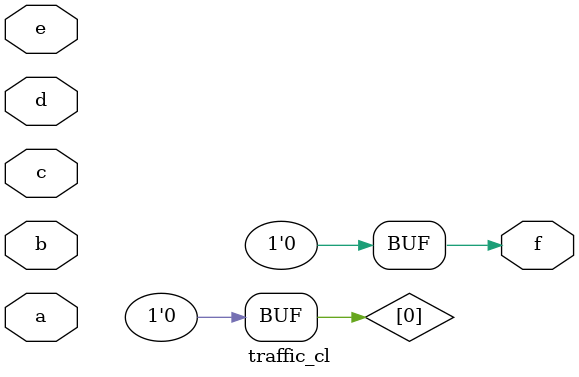
<source format=v>
/* Generated by Yosys 0.9 (git sha1 1979e0b1, gcc 8.3.0-6 -fPIC -Os) */

(* src = "LGSynt91/majority_orig.v:2" *)
(* top =  1  *)
module traffic_cl(a, b, c, d, e, f);
  (* src = "LGSynt91/majority_orig.v:11" *)
  wire \[0] ;
  (* src = "LGSynt91/majority_orig.v:3" *)
  input a;
  (* src = "LGSynt91/majority_orig.v:3" *)
  input b;
  (* src = "LGSynt91/majority_orig.v:3" *)
  input c;
  (* src = "LGSynt91/majority_orig.v:3" *)
  input d;
  (* src = "LGSynt91/majority_orig.v:3" *)
  input e;
  (* src = "LGSynt91/majority_orig.v:9" *)
  output f;
  assign \[0]  = 1'h0;
  assign f = 1'h0;
endmodule

</source>
